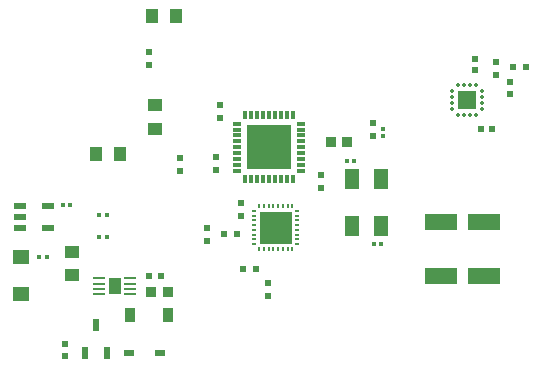
<source format=gtp>
G04 Layer_Color=8421504*
%FSLAX43Y43*%
%MOMM*%
G71*
G01*
G75*
%ADD10R,0.600X0.600*%
%ADD11R,0.600X0.600*%
%ADD12O,0.500X0.300*%
%ADD13O,0.300X0.500*%
%ADD14R,1.500X1.500*%
%ADD15R,2.700X1.400*%
%ADD16R,1.250X1.000*%
%ADD17R,1.000X1.250*%
%ADD18R,0.300X0.300*%
%ADD19R,0.850X0.850*%
%ADD20R,0.300X0.300*%
%ADD21R,1.200X1.800*%
%ADD22R,3.700X3.700*%
%ADD23R,0.300X0.650*%
%ADD24R,0.650X0.300*%
%ADD25O,0.200X0.400*%
%ADD26O,0.400X0.200*%
%ADD27R,2.800X2.800*%
%ADD28R,1.000X0.600*%
%ADD29R,1.400X1.200*%
%ADD30R,1.000X0.200*%
%ADD31R,1.120X1.350*%
%ADD32R,0.910X1.220*%
%ADD33R,0.600X1.000*%
%ADD34R,0.850X0.500*%
D10*
X41625Y40425D02*
D03*
Y39325D02*
D03*
X39875Y39750D02*
D03*
Y40750D02*
D03*
X42825Y38750D02*
D03*
Y37750D02*
D03*
X12250Y40250D02*
D03*
Y41350D02*
D03*
X31175Y35275D02*
D03*
Y34175D02*
D03*
X14850Y32350D02*
D03*
Y31250D02*
D03*
X26825Y29800D02*
D03*
Y30900D02*
D03*
X18250Y36850D02*
D03*
Y35750D02*
D03*
X17925Y32425D02*
D03*
Y31325D02*
D03*
X17125Y25350D02*
D03*
Y26450D02*
D03*
X22350Y20625D02*
D03*
Y21725D02*
D03*
X20050Y27450D02*
D03*
Y28550D02*
D03*
X5100Y16600D02*
D03*
Y15600D02*
D03*
D11*
X44125Y40025D02*
D03*
X43025D02*
D03*
X40325Y34825D02*
D03*
X41325D02*
D03*
X18625Y25875D02*
D03*
X19725D02*
D03*
X21275Y22925D02*
D03*
X20175D02*
D03*
X12225Y22375D02*
D03*
X13225D02*
D03*
D12*
X37900Y38025D02*
D03*
Y37525D02*
D03*
Y37025D02*
D03*
Y36525D02*
D03*
X40450D02*
D03*
Y37025D02*
D03*
Y37525D02*
D03*
Y38025D02*
D03*
D13*
X38425Y36000D02*
D03*
X38925D02*
D03*
X39425D02*
D03*
X39925D02*
D03*
Y38550D02*
D03*
X39425D02*
D03*
X38925D02*
D03*
X38425D02*
D03*
D14*
X39175Y37275D02*
D03*
D15*
X40600Y22325D02*
D03*
Y26925D02*
D03*
X36950Y22350D02*
D03*
Y26950D02*
D03*
D16*
X12750Y36825D02*
D03*
Y34825D02*
D03*
X5700Y24400D02*
D03*
Y22400D02*
D03*
D17*
X7750Y32700D02*
D03*
X9750D02*
D03*
X14525Y44350D02*
D03*
X12525D02*
D03*
D18*
X32100Y34200D02*
D03*
Y34800D02*
D03*
D19*
X27625Y33650D02*
D03*
X29025D02*
D03*
X12450Y20975D02*
D03*
X13850D02*
D03*
D20*
X28975Y32100D02*
D03*
X29575D02*
D03*
X31275Y25025D02*
D03*
X31875D02*
D03*
X5600Y28325D02*
D03*
X5000D02*
D03*
X8650Y25675D02*
D03*
X8050D02*
D03*
X8650Y27500D02*
D03*
X8050D02*
D03*
X2975Y23950D02*
D03*
X3575D02*
D03*
D21*
X29450Y26550D02*
D03*
Y30550D02*
D03*
X31850D02*
D03*
Y26550D02*
D03*
D22*
X22400Y33250D02*
D03*
D23*
X24400Y30550D02*
D03*
X23900D02*
D03*
X23400D02*
D03*
X22900D02*
D03*
X22400D02*
D03*
X21900D02*
D03*
X21400D02*
D03*
X20900D02*
D03*
X20400D02*
D03*
Y35950D02*
D03*
X20900D02*
D03*
X21400D02*
D03*
X21900D02*
D03*
X22400D02*
D03*
X22900D02*
D03*
X23400D02*
D03*
X23900D02*
D03*
X24400D02*
D03*
D24*
X19700Y31250D02*
D03*
Y31750D02*
D03*
Y32250D02*
D03*
Y32750D02*
D03*
Y33250D02*
D03*
Y33750D02*
D03*
Y34250D02*
D03*
Y34750D02*
D03*
Y35250D02*
D03*
X25100D02*
D03*
Y34750D02*
D03*
Y34250D02*
D03*
Y33750D02*
D03*
Y33250D02*
D03*
Y32750D02*
D03*
Y32250D02*
D03*
Y31750D02*
D03*
Y31250D02*
D03*
D25*
X21575Y24650D02*
D03*
X21975D02*
D03*
X22375D02*
D03*
X22775D02*
D03*
X23175D02*
D03*
X23575D02*
D03*
X23975D02*
D03*
X24375D02*
D03*
Y28250D02*
D03*
X23975D02*
D03*
X23575D02*
D03*
X23175D02*
D03*
X22775D02*
D03*
X22375D02*
D03*
X21975D02*
D03*
X21575D02*
D03*
D26*
X24775Y25050D02*
D03*
Y25450D02*
D03*
Y25850D02*
D03*
Y26250D02*
D03*
Y26650D02*
D03*
Y27050D02*
D03*
Y27450D02*
D03*
Y27850D02*
D03*
X21175D02*
D03*
Y27450D02*
D03*
Y27050D02*
D03*
Y26650D02*
D03*
Y26250D02*
D03*
Y25850D02*
D03*
Y25450D02*
D03*
Y25050D02*
D03*
D27*
X22975Y26450D02*
D03*
D28*
X1300Y28300D02*
D03*
Y27350D02*
D03*
Y26400D02*
D03*
X3700D02*
D03*
Y28300D02*
D03*
D29*
X1425Y23950D02*
D03*
Y20850D02*
D03*
D30*
X10660Y20800D02*
D03*
Y21250D02*
D03*
Y21700D02*
D03*
Y22150D02*
D03*
X8040Y20800D02*
D03*
Y21250D02*
D03*
Y21700D02*
D03*
Y22150D02*
D03*
D31*
X9350Y21475D02*
D03*
D32*
X13875Y19025D02*
D03*
X10600D02*
D03*
D33*
X6800Y15800D02*
D03*
X8700D02*
D03*
X7750Y18200D02*
D03*
D34*
X10575Y15825D02*
D03*
X13175D02*
D03*
M02*

</source>
